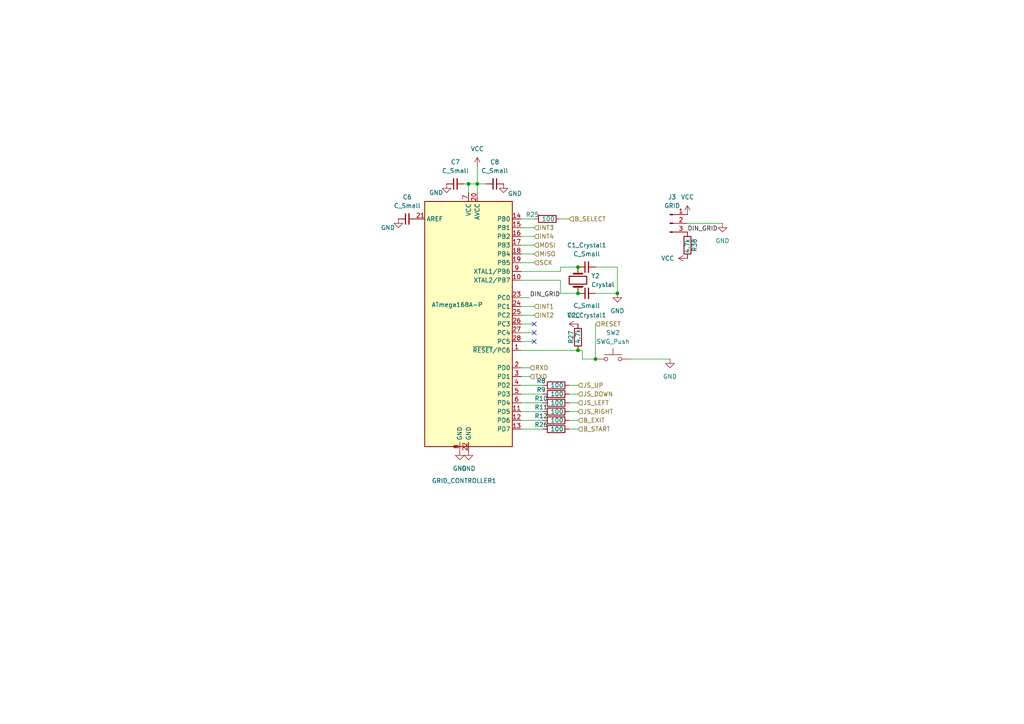
<source format=kicad_sch>
(kicad_sch (version 20250114) (generator "eeschema") (generator_version "9.0")
  (paper "A4")
  (lib_symbols
    (symbol "Connector:Conn_01x03_Pin" (pin_names (offset 1.016) (hide yes))
      (property "Reference" "J" (at 0 5.08 0))
      (property "Value" "Conn_01x03_Pin" (at 0 -5.08 0))
      (symbol "Conn_01x03_Pin_1_1"
        (rectangle (start 0.8636 2.667) (end 0 2.413) (stroke (width 0.1524)) (fill (type outline)))
        (rectangle (start 0.8636 0.127) (end 0 -0.127) (stroke (width 0.1524)) (fill (type outline)))
        (rectangle (start 0.8636 -2.413) (end 0 -2.667) (stroke (width 0.1524)) (fill (type outline)))
        (polyline (pts (xy 1.27 2.54) (xy 0.8636 2.54)) (stroke (width 0.1524)))
        (polyline (pts (xy 1.27 0) (xy 0.8636 0)) (stroke (width 0.1524)))
        (polyline (pts (xy 1.27 -2.54) (xy 0.8636 -2.54)) (stroke (width 0.1524)))
        (pin passive line (at 5.08 2.54 180) (length 3.81) (name "Pin_1") (number "1"))
        (pin passive line (at 5.08 0 180) (length 3.81) (name "Pin_2") (number "2"))
        (pin passive line (at 5.08 -2.54 180) (length 3.81) (name "Pin_3") (number "3"))
      )
    )
    (symbol "Device:C_Small" (pin_numbers (hide yes)) (pin_names (offset 0.254) (hide yes))
      (property "Reference" "C" (at 0.254 1.778 0))
      (property "Value" "C_Small" (at 0.254 -2.032 0))
      (symbol "C_Small_0_1"
        (polyline (pts (xy -1.524 0.508) (xy 1.524 0.508)) (stroke (width 0.3048)))
        (polyline (pts (xy -1.524 -0.508) (xy 1.524 -0.508)) (stroke (width 0.3302)))
      )
      (symbol "C_Small_1_1"
        (pin passive line (at 0 2.54 270) (length 2.032) (name "~") (number "1"))
        (pin passive line (at 0 -2.54 90) (length 2.032) (name "~") (number "2"))
      )
    )
    (symbol "Device:Crystal" (pin_numbers (hide yes)) (pin_names (offset 1.016) (hide yes))
      (property "Reference" "Y" (at 0 3.81 0))
      (property "Value" "Crystal" (at 0 -3.81 0))
      (symbol "Crystal_0_1"
        (polyline (pts (xy -2.54 0) (xy -1.905 0)))
        (polyline (pts (xy -1.905 -1.27) (xy -1.905 1.27)) (stroke (width 0.508)))
        (rectangle (start -1.143 2.54) (end 1.143 -2.54) (stroke (width 0.3048)))
        (polyline (pts (xy 1.905 -1.27) (xy 1.905 1.27)) (stroke (width 0.508)))
        (polyline (pts (xy 2.54 0) (xy 1.905 0)))
      )
      (symbol "Crystal_1_1"
        (pin passive line (at -3.81 0 0) (length 1.27) (name "1") (number "1"))
        (pin passive line (at 3.81 0 180) (length 1.27) (name "2") (number "2"))
      )
    )
    (symbol "Device:R" (pin_numbers (hide yes)) (pin_names (offset 0))
      (property "Reference" "R" (at 2.032 0 90))
      (property "Value" "R" (at 0 0 90))
      (symbol "R_0_1"
        (rectangle (start -1.016 -2.54) (end 1.016 2.54) (stroke (width 0.254)))
      )
      (symbol "R_1_1"
        (pin passive line (at 0 3.81 270) (length 1.27) (name "~") (number "1"))
        (pin passive line (at 0 -3.81 90) (length 1.27) (name "~") (number "2"))
      )
    )
    (symbol "MCU_Microchip_ATmega:ATmega168A-P"
      (property "Reference" "U1" (at -4.318 8.89 0))
      (property "Value" "ATmega168A-P" (at -3.302 5.588 0))
      (symbol "ATmega168A-P_0_1"
        (rectangle (start -12.7 35.56) (end 12.7 -35.56) (stroke (width 0.254)) (fill (type background)))
      )
      (symbol "ATmega168A-P_1_1"
        (pin passive line (at -15.24 30.48 0) (length 2.54) (name "AREF") (number "21"))
        (pin power_in line (at -2.54 -36.83 90) (length 2.54) (name "GND") (number "8"))
        (pin power_in line (at 0 38.1 270) (length 2.54) (name "VCC") (number "7"))
        (pin passive line (at 0 -36.83 90) (length 2.54) (name "GND") (number "22"))
        (pin power_in line (at 2.54 38.1 270) (length 2.54) (name "AVCC") (number "20"))
        (pin bidirectional line (at 15.24 30.48 180) (length 2.54) (name "PB0") (number "14"))
        (pin bidirectional line (at 15.24 27.94 180) (length 2.54) (name "PB1") (number "15"))
        (pin bidirectional line (at 15.24 25.4 180) (length 2.54) (name "PB2") (number "16"))
        (pin bidirectional line (at 15.24 22.86 180) (length 2.54) (name "PB3") (number "17"))
        (pin bidirectional line (at 15.24 20.32 180) (length 2.54) (name "PB4") (number "18"))
        (pin bidirectional line (at 15.24 17.78 180) (length 2.54) (name "PB5") (number "19"))
        (pin bidirectional line (at 15.24 15.24 180) (length 2.54) (name "XTAL1/PB6") (number "9"))
        (pin bidirectional line (at 15.24 12.7 180) (length 2.54) (name "XTAL2/PB7") (number "10"))
        (pin bidirectional line (at 15.24 7.62 180) (length 2.54) (name "PC0") (number "23"))
        (pin bidirectional line (at 15.24 5.08 180) (length 2.54) (name "PC1") (number "24"))
        (pin bidirectional line (at 15.24 2.54 180) (length 2.54) (name "PC2") (number "25"))
        (pin bidirectional line (at 15.24 0 180) (length 2.54) (name "PC3") (number "26"))
        (pin bidirectional line (at 15.24 -2.54 180) (length 2.54) (name "PC4") (number "27"))
        (pin bidirectional line (at 15.24 -5.08 180) (length 2.54) (name "PC5") (number "28"))
        (pin bidirectional line (at 15.24 -7.62 180) (length 2.54) (name "~{RESET}/PC6") (number "1"))
        (pin bidirectional line (at 15.24 -12.7 180) (length 2.54) (name "PD0") (number "2"))
        (pin bidirectional line (at 15.24 -15.24 180) (length 2.54) (name "PD1") (number "3"))
        (pin bidirectional line (at 15.24 -17.78 180) (length 2.54) (name "PD2") (number "4"))
        (pin bidirectional line (at 15.24 -20.32 180) (length 2.54) (name "PD3") (number "5"))
        (pin bidirectional line (at 15.24 -22.86 180) (length 2.54) (name "PD4") (number "6"))
        (pin bidirectional line (at 15.24 -25.4 180) (length 2.54) (name "PD5") (number "11"))
        (pin bidirectional line (at 15.24 -27.94 180) (length 2.54) (name "PD6") (number "12"))
        (pin bidirectional line (at 15.24 -30.48 180) (length 2.54) (name "PD7") (number "13"))
      )
    )
    (symbol "Switch:SW_Push" (pin_numbers (hide yes)) (pin_names (offset 1.016) (hide yes))
      (property "Reference" "SW" (at 1.27 2.54 0))
      (property "Value" "SW_Push" (at 0 -1.524 0))
      (symbol "SW_Push_0_1"
        (circle (center -2.032 0) (radius 0.508))
        (polyline (pts (xy 0 1.27) (xy 0 3.048)))
        (circle (center 2.032 0) (radius 0.508))
        (polyline (pts (xy 2.54 1.27) (xy -2.54 1.27)))
        (pin passive line (at -5.08 0 0) (length 2.54) (name "1") (number "1"))
        (pin passive line (at 5.08 0 180) (length 2.54) (name "2") (number "2"))
      )
    )
    (symbol "power:GND" (power) (pin_numbers (hide yes)) (pin_names (offset 0) (hide yes))
      (property "Value" "GND" (at 0 -3.81 0))
      (symbol "GND_0_1"
        (polyline (pts (xy 0 0) (xy 0 -1.27) (xy 1.27 -1.27) (xy 0 -2.54) (xy -1.27 -1.27) (xy 0 -1.27)))
      )
      (symbol "GND_1_1"
        (pin power_in line (at 0 0 270) (length 0) (name "~") (number "1"))
      )
    )
    (symbol "power:VCC" (power) (pin_numbers (hide yes)) (pin_names (offset 0) (hide yes))
      (property "Value" "VCC" (at 0 3.556 0))
      (symbol "VCC_0_1"
        (polyline (pts (xy -0.762 1.27) (xy 0 2.54)))
        (polyline (pts (xy 0 2.54) (xy 0.762 1.27)))
        (polyline (pts (xy 0 0) (xy 0 2.54)))
      )
      (symbol "VCC_1_1"
        (pin power_in line (at 0 0 90) (length 0) (name "~") (number "1"))
      )
    )
  )
  (junction (at 167.64 85.09))
  (junction (at 138.43 53.34))
  (junction (at 167.64 101.6))
  (junction (at 179.07 85.09))
  (junction (at 172.72 104.14))
  (junction (at 167.64 77.47))
  (junction (at 135.89 53.34))
  (no_connect (at 154.94 96.52))
  (no_connect (at 154.94 93.98))
  (no_connect (at 154.94 99.06))
  (wire (pts (xy 151.13 124.46) (xy 157.48 124.46)))
  (wire (pts (xy 151.13 63.5) (xy 154.94 63.5)))
  (wire (pts (xy 162.56 63.5) (xy 165.1 63.5)))
  (wire (pts (xy 172.72 104.14) (xy 168.91 104.14)))
  (wire (pts (xy 151.13 91.44) (xy 154.94 91.44)))
  (wire (pts (xy 151.13 119.38) (xy 157.48 119.38)))
  (wire (pts (xy 138.43 55.88) (xy 138.43 53.34)))
  (wire (pts (xy 165.1 121.92) (xy 167.64 121.92)))
  (wire (pts (xy 138.43 48.26) (xy 138.43 53.34)))
  (wire (pts (xy 182.88 104.14) (xy 194.31 104.14)))
  (wire (pts (xy 151.13 109.22) (xy 153.67 109.22)))
  (wire (pts (xy 168.91 101.6) (xy 167.64 101.6)))
  (wire (pts (xy 151.13 121.92) (xy 157.48 121.92)))
  (wire (pts (xy 162.56 78.74) (xy 162.56 77.47)))
  (wire (pts (xy 151.13 93.98) (xy 154.94 93.98)))
  (wire (pts (xy 135.89 53.34) (xy 134.62 53.34)))
  (wire (pts (xy 138.43 53.34) (xy 140.97 53.34)))
  (wire (pts (xy 157.48 111.76) (xy 151.13 111.76)))
  (wire (pts (xy 162.56 81.28) (xy 162.56 85.09)))
  (wire (pts (xy 168.91 104.14) (xy 168.91 101.6)))
  (wire (pts (xy 179.07 77.47) (xy 179.07 85.09)))
  (wire (pts (xy 167.64 101.6) (xy 151.13 101.6)))
  (wire (pts (xy 172.72 77.47) (xy 179.07 77.47)))
  (wire (pts (xy 199.39 64.77) (xy 209.55 64.77)))
  (wire (pts (xy 172.72 93.98) (xy 172.72 104.14)))
  (wire (pts (xy 162.56 77.47) (xy 167.64 77.47)))
  (wire (pts (xy 165.1 111.76) (xy 167.64 111.76)))
  (wire (pts (xy 165.1 124.46) (xy 167.64 124.46)))
  (wire (pts (xy 151.13 68.58) (xy 154.94 68.58)))
  (wire (pts (xy 151.13 71.12) (xy 154.94 71.12)))
  (wire (pts (xy 151.13 96.52) (xy 154.94 96.52)))
  (wire (pts (xy 165.1 116.84) (xy 167.64 116.84)))
  (wire (pts (xy 151.13 114.3) (xy 157.48 114.3)))
  (wire (pts (xy 151.13 76.2) (xy 154.94 76.2)))
  (wire (pts (xy 151.13 66.04) (xy 154.94 66.04)))
  (wire (pts (xy 165.1 114.3) (xy 167.64 114.3)))
  (wire (pts (xy 151.13 78.74) (xy 162.56 78.74)))
  (wire (pts (xy 151.13 106.68) (xy 153.67 106.68)))
  (wire (pts (xy 165.1 119.38) (xy 167.64 119.38)))
  (wire (pts (xy 162.56 85.09) (xy 167.64 85.09)))
  (wire (pts (xy 151.13 88.9) (xy 154.94 88.9)))
  (wire (pts (xy 172.72 85.09) (xy 179.07 85.09)))
  (wire (pts (xy 151.13 81.28) (xy 162.56 81.28)))
  (wire (pts (xy 151.13 73.66) (xy 154.94 73.66)))
  (wire (pts (xy 135.89 55.88) (xy 135.89 53.34)))
  (wire (pts (xy 135.89 53.34) (xy 138.43 53.34)))
  (wire (pts (xy 151.13 99.06) (xy 154.94 99.06)))
  (wire (pts (xy 151.13 86.36) (xy 153.67 86.36)))
  (wire (pts (xy 151.13 116.84) (xy 157.48 116.84)))
  (label "DIN_GRID" (at 153.67 86.36 0))
  (label "DIN_GRID" (at 199.39 67.31 0))
  (hierarchical_label "INT2" (shape input) (at 154.94 91.44 0))
  (hierarchical_label "INT4" (shape input) (at 154.94 68.58 0))
  (hierarchical_label "TXD" (shape input) (at 153.67 109.22 0))
  (hierarchical_label "B_SELECT" (shape input) (at 165.1 63.5 0))
  (hierarchical_label "JS_RIGHT" (shape input) (at 167.64 119.38 0))
  (hierarchical_label "MOSI" (shape input) (at 154.94 71.12 0))
  (hierarchical_label "B_START" (shape input) (at 167.64 124.46 0))
  (hierarchical_label "RXD" (shape input) (at 153.67 106.68 0))
  (hierarchical_label "B_EXIT" (shape input) (at 167.64 121.92 0))
  (hierarchical_label "MISO" (shape input) (at 154.94 73.66 0))
  (hierarchical_label "JS_DOWN" (shape input) (at 167.64 114.3 0))
  (hierarchical_label "JS_UP" (shape input) (at 167.64 111.76 0))
  (hierarchical_label "SCK" (shape input) (at 154.94 76.2 0))
  (hierarchical_label "RESET" (shape input) (at 172.72 93.98 0))
  (hierarchical_label "INT3" (shape input) (at 154.94 66.04 0))
  (hierarchical_label "JS_LEFT" (shape input) (at 167.64 116.84 0))
  (hierarchical_label "INT1" (shape input) (at 154.94 88.9 0))
  (symbol (lib_id "power:VCC") (at 138.43 48.26 0) (unit 1)
    (property "Reference" "#PWR031" (effects (hide yes)))
    (property "Value" "VCC" (at 138.43 43.18 0))
    (property "Description" "Power symbol creates a global label with name \"VCC\"" (effects (hide yes)))
  )
  (symbol (lib_id "Device:C_Small") (at 118.11 63.5 90) (unit 1)
    (property "Reference" "C6" (at 118.1163 57.15 90))
    (property "Value" "C_Small" (at 118.1163 59.69 90))
    (property "Footprint" "Capacitor_THT:C_Disc_D7.5mm_W5.0mm_P5.00mm" (effects (hide yes)))
    (property "Description" "Unpolarized capacitor, small symbol" (effects (hide yes)))
  )
  (symbol (lib_id "power:GND") (at 194.31 104.14 0) (unit 1)
    (property "Reference" "#PWR035" (effects (hide yes)))
    (property "Value" "GND" (at 194.31 109.22 0))
    (property "Description" "Power symbol creates a global label with name \"GND\" , ground" (effects (hide yes)))
  )
  (symbol (lib_id "Connector:Conn_01x03_Pin") (at 194.31 64.77 0) (unit 1)
    (property "Reference" "J3" (at 194.945 57.15 0))
    (property "Value" "GRID" (at 194.945 59.69 0))
    (property "Footprint" "TerminalBlock:TerminalBlock_MaiXu_MX126-5.0-03P_1x03_P5.00mm" (effects (hide yes)))
    (property "Description" "Generic connector, single row, 01x03, script generated" (effects (hide yes)))
  )
  (symbol (lib_id "power:GND") (at 133.35 130.81 0) (unit 1)
    (property "Reference" "#PWR029" (effects (hide yes)))
    (property "Value" "GND" (at 133.35 135.89 0))
    (property "Description" "Power symbol creates a global label with name \"GND\" , ground" (effects (hide yes)))
  )
  (symbol (lib_id "Device:R") (at 161.29 114.3 90) (unit 1)
    (property "Reference" "R9" (at 156.972 113.03 90))
    (property "Value" "100" (at 161.544 114.3 90))
    (property "Footprint" "Resistor_THT:R_Axial_DIN0207_L6.3mm_D2.5mm_P10.16mm_Horizontal" (effects (hide yes)))
    (property "Description" "Resistor" (effects (hide yes)))
  )
  (symbol (lib_id "power:GND") (at 115.57 63.5 0) (unit 1)
    (property "Reference" "#PWR017" (effects (hide yes)))
    (property "Value" "GND" (at 112.522 66.04 0))
    (property "Description" "Power symbol creates a global label with name \"GND\" , ground" (effects (hide yes)))
  )
  (symbol (lib_id "power:GND") (at 129.54 53.34 0) (unit 1)
    (property "Reference" "#PWR028" (effects (hide yes)))
    (property "Value" "GND" (at 126.492 55.88 0))
    (property "Description" "Power symbol creates a global label with name \"GND\" , ground" (effects (hide yes)))
  )
  (symbol (lib_id "power:GND") (at 135.89 130.81 0) (unit 1)
    (property "Reference" "#PWR030" (effects (hide yes)))
    (property "Value" "GND" (at 135.89 135.89 0))
    (property "Description" "Power symbol creates a global label with name \"GND\" , ground" (effects (hide yes)))
  )
  (symbol (lib_id "power:GND") (at 209.55 64.77 0) (unit 1)
    (property "Reference" "#PWR062" (effects (hide yes)))
    (property "Value" "GND" (at 209.55 69.85 0))
    (property "Description" "Power symbol creates a global label with name \"GND\" , ground" (effects (hide yes)))
  )
  (symbol (lib_id "Device:R") (at 161.29 111.76 90) (unit 1)
    (property "Reference" "R8" (at 156.972 110.49 90))
    (property "Value" "100" (at 161.544 111.76 90))
    (property "Footprint" "Resistor_THT:R_Axial_DIN0207_L6.3mm_D2.5mm_P10.16mm_Horizontal" (effects (hide yes)))
    (property "Description" "Resistor" (effects (hide yes)))
  )
  (symbol (lib_id "Device:R") (at 161.29 124.46 90) (unit 1)
    (property "Reference" "R26" (at 156.972 123.19 90))
    (property "Value" "100" (at 161.544 124.46 90))
    (property "Footprint" "Resistor_THT:R_Axial_DIN0207_L6.3mm_D2.5mm_P10.16mm_Horizontal" (effects (hide yes)))
    (property "Description" "Resistor" (effects (hide yes)))
  )
  (symbol (lib_id "Device:R") (at 161.29 121.92 90) (unit 1)
    (property "Reference" "R12" (at 156.972 120.65 90))
    (property "Value" "100" (at 161.544 121.92 90))
    (property "Footprint" "Resistor_THT:R_Axial_DIN0207_L6.3mm_D2.5mm_P10.16mm_Horizontal" (effects (hide yes)))
    (property "Description" "Resistor" (effects (hide yes)))
  )
  (symbol (lib_id "Device:R") (at 161.29 119.38 90) (unit 1)
    (property "Reference" "R11" (at 156.972 118.11 90))
    (property "Value" "100" (at 161.544 119.38 90))
    (property "Footprint" "Resistor_THT:R_Axial_DIN0207_L6.3mm_D2.5mm_P10.16mm_Horizontal" (effects (hide yes)))
    (property "Description" "Resistor" (effects (hide yes)))
  )
  (symbol (lib_id "power:VCC") (at 199.39 62.23 0) (unit 1)
    (property "Reference" "#PWR060" (effects (hide yes)))
    (property "Value" "VCC" (at 199.39 57.15 0))
    (property "Description" "Power symbol creates a global label with name \"VCC\"" (effects (hide yes)))
  )
  (symbol (lib_id "Device:R") (at 199.39 71.12 0) (unit 1)
    (property "Reference" "R38" (at 201.422 71.12 90))
    (property "Value" "4.7k" (at 199.39 71.374 90))
    (property "Footprint" "Resistor_THT:R_Axial_DIN0207_L6.3mm_D2.5mm_P10.16mm_Horizontal" (effects (hide yes)))
    (property "Description" "Resistor" (effects (hide yes)))
  )
  (symbol (lib_id "Device:R") (at 158.75 63.5 90) (unit 1)
    (property "Reference" "R25" (at 154.432 62.23 90))
    (property "Value" "100" (at 159.004 63.5 90))
    (property "Footprint" "Resistor_THT:R_Axial_DIN0207_L6.3mm_D2.5mm_P10.16mm_Horizontal" (effects (hide yes)))
    (property "Description" "Resistor" (effects (hide yes)))
  )
  (symbol (lib_id "power:GND") (at 146.05 53.34 0) (mirror y) (unit 1)
    (property "Reference" "#PWR032" (effects (hide yes)))
    (property "Value" "GND" (at 149.352 56.134 0))
    (property "Description" "Power symbol creates a global label with name \"GND\" , ground" (effects (hide yes)))
  )
  (symbol (lib_id "power:VCC") (at 167.64 93.98 90) (unit 1)
    (property "Reference" "#PWR033" (effects (hide yes)))
    (property "Value" "VCC" (at 166.37 91.44 90))
    (property "Description" "Power symbol creates a global label with name \"VCC\"" (effects (hide yes)))
  )
  (symbol (lib_id "power:GND") (at 179.07 85.09 0) (unit 1)
    (property "Reference" "#PWR034" (effects (hide yes)))
    (property "Value" "GND" (at 179.07 90.17 0))
    (property "Description" "Power symbol creates a global label with name \"GND\" , ground" (effects (hide yes)))
  )
  (symbol (lib_id "Device:C_Small") (at 170.18 85.09 90) (mirror x) (unit 1)
    (property "Reference" "C2_Crystal1" (at 170.1863 91.44 90))
    (property "Value" "C_Small" (at 170.18 88.646 90))
    (property "Footprint" "Capacitor_THT:CP_Radial_D5.0mm_P2.50mm" (effects (hide yes)))
    (property "Description" "Unpolarized capacitor, small symbol" (effects (hide yes)))
  )
  (symbol (lib_id "Device:R") (at 167.64 97.79 180) (unit 1)
    (property "Reference" "R27" (at 165.608 97.79 90))
    (property "Value" "4.7k" (at 167.64 97.536 90))
    (property "Footprint" "Resistor_THT:R_Axial_DIN0207_L6.3mm_D2.5mm_P10.16mm_Horizontal" (effects (hide yes)))
    (property "Description" "Resistor" (effects (hide yes)))
  )
  (symbol (lib_id "Device:C_Small") (at 143.51 53.34 270) (mirror x) (unit 1)
    (property "Reference" "C8" (at 143.5037 46.99 90))
    (property "Value" "C_Small" (at 143.5037 49.53 90))
    (property "Footprint" "Capacitor_THT:C_Disc_D7.5mm_W5.0mm_P5.00mm" (effects (hide yes)))
    (property "Description" "Unpolarized capacitor, small symbol" (effects (hide yes)))
  )
  (symbol (lib_id "Switch:SW_Push") (at 177.8 104.14 0) (unit 1)
    (property "Reference" "SW2" (at 177.8 96.52 0))
    (property "Value" "SWG_Push" (at 177.8 99.06 0))
    (property "Footprint" "Button_Switch_THT:SW_PUSH_6mm" (effects (hide yes)))
    (property "Description" "Push button switch, generic, two pins" (effects (hide yes)))
  )
  (symbol (lib_id "Device:C_Small") (at 132.08 53.34 90) (unit 1)
    (property "Reference" "C7" (at 132.0863 46.99 90))
    (property "Value" "C_Small" (at 132.0863 49.53 90))
    (property "Footprint" "Capacitor_THT:C_Disc_D7.5mm_W5.0mm_P5.00mm" (effects (hide yes)))
    (property "Description" "Unpolarized capacitor, small symbol" (effects (hide yes)))
  )
  (symbol (lib_id "Device:Crystal") (at 167.64 81.28 90) (unit 1)
    (property "Reference" "Y2" (at 171.45 80.0099 90) (effects (justify right)))
    (property "Value" "Crystal" (at 171.45 82.5499 90) (effects (justify right)))
    (property "Footprint" "Crystal:Resonator-2Pin_W6.0mm_H3.0mm" (effects (hide yes)))
    (property "Description" "Two pin crystal" (effects (hide yes)))
  )
  (symbol (lib_id "power:VCC") (at 199.39 74.93 90) (unit 1)
    (property "Reference" "#PWR061" (effects (hide yes)))
    (property "Value" "VCC" (at 195.58 74.9299 90) (effects (justify left)))
    (property "Description" "Power symbol creates a global label with name \"VCC\"" (effects (hide yes)))
  )
  (symbol (lib_id "Device:R") (at 161.29 116.84 90) (unit 1)
    (property "Reference" "R10" (at 156.972 115.57 90))
    (property "Value" "100" (at 161.544 116.84 90))
    (property "Footprint" "Resistor_THT:R_Axial_DIN0207_L6.3mm_D2.5mm_P10.16mm_Horizontal" (effects (hide yes)))
    (property "Description" "Resistor" (effects (hide yes)))
  )
  (symbol (lib_id "Device:C_Small") (at 170.18 77.47 90) (unit 1)
    (property "Reference" "C1_Crystal1" (at 170.1863 71.12 90))
    (property "Value" "C_Small" (at 170.1863 73.66 90))
    (property "Footprint" "Capacitor_THT:CP_Radial_D5.0mm_P2.50mm" (effects (hide yes)))
    (property "Description" "Unpolarized capacitor, small symbol" (effects (hide yes)))
  )
  (symbol (lib_id "MCU_Microchip_ATmega:ATmega168A-P") (at 135.89 93.98 0) (unit 1)
    (property "Reference" "GRID_CONTROLLER1" (at 134.62 139.446 0))
    (property "Value" "ATmega168A-P" (at 132.588 88.392 0))
    (property "Footprint" "Package_DIP:DIP-28_W7.62mm" (effects (hide yes)))
    (property "Datasheet" "http://ww1.microchip.com/downloads/en/DeviceDoc/ATmega48A_88A_168A-Data-Sheet-40002007A.pdf" (effects (hide yes)))
    (property "Description" "20MHz, 16kB Flash, 1kB SRAM, 512B EEPROM, DIP-28" (effects (hide yes)))
  )
)
</source>
